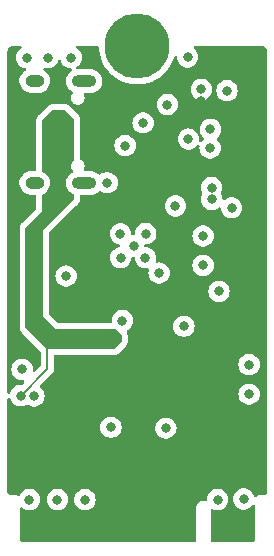
<source format=gbr>
%TF.GenerationSoftware,KiCad,Pcbnew,7.0.5-0*%
%TF.CreationDate,2023-07-31T19:13:05-04:00*%
%TF.ProjectId,mula,6d756c61-2e6b-4696-9361-645f70636258,rev?*%
%TF.SameCoordinates,Original*%
%TF.FileFunction,Copper,L3,Inr*%
%TF.FilePolarity,Positive*%
%FSLAX46Y46*%
G04 Gerber Fmt 4.6, Leading zero omitted, Abs format (unit mm)*
G04 Created by KiCad (PCBNEW 7.0.5-0) date 2023-07-31 19:13:05*
%MOMM*%
%LPD*%
G01*
G04 APERTURE LIST*
%TA.AperFunction,ComponentPad*%
%ADD10C,5.500000*%
%TD*%
%TA.AperFunction,ComponentPad*%
%ADD11O,2.100000X1.000000*%
%TD*%
%TA.AperFunction,ComponentPad*%
%ADD12O,1.600000X1.000000*%
%TD*%
%TA.AperFunction,ViaPad*%
%ADD13C,0.800000*%
%TD*%
%TA.AperFunction,Conductor*%
%ADD14C,0.150000*%
%TD*%
G04 APERTURE END LIST*
D10*
%TO.N,N/C*%
%TO.C,J102*%
X139987500Y-71905000D03*
%TD*%
D11*
%TO.N,GND*%
%TO.C,J101*%
X135480000Y-74880000D03*
D12*
X131300000Y-74880000D03*
D11*
X135480000Y-83520000D03*
D12*
X131300000Y-83520000D03*
%TD*%
D13*
%TO.N,GND*%
X135550000Y-110325000D03*
X146150000Y-80550000D03*
X146775000Y-110325000D03*
X132400000Y-72900000D03*
X138950000Y-80350000D03*
X146175000Y-78975000D03*
X145400000Y-75590000D03*
X147575000Y-75700000D03*
X149000000Y-110275000D03*
X143925000Y-95650000D03*
X145550000Y-88000000D03*
X138575000Y-89850000D03*
X149450000Y-98900000D03*
X134375000Y-72900000D03*
X140475000Y-78425000D03*
X140700000Y-87800000D03*
X138725000Y-95175000D03*
X130625000Y-72900000D03*
X149450000Y-101400000D03*
X146900000Y-92700000D03*
X144300000Y-79800000D03*
X140675000Y-89850000D03*
X144250000Y-72850000D03*
X130850000Y-110325000D03*
X139675000Y-88850000D03*
X137425000Y-83495500D03*
X133225000Y-110325000D03*
X142525000Y-76875000D03*
X145550000Y-90500000D03*
X138550000Y-87825000D03*
X133950000Y-91400000D03*
X147975000Y-85625000D03*
X130225000Y-99300000D03*
X137750000Y-104200000D03*
%TO.N,+3V3*%
X136833308Y-86117350D03*
X142050500Y-89075000D03*
X137750000Y-91300000D03*
X145450000Y-77500000D03*
X140425000Y-94625000D03*
X133425000Y-87775000D03*
X145400000Y-76600000D03*
X137150500Y-88245911D03*
X147500000Y-78100000D03*
%TO.N,+5V*%
X130100000Y-101525000D03*
X133675000Y-78025000D03*
X133625000Y-79950000D03*
X133650000Y-79000000D03*
X138025000Y-96725000D03*
%TO.N,/BANK1_DIR*%
X146272930Y-83911133D03*
X131225000Y-101550000D03*
%TO.N,/BANK2_DIR*%
X142400000Y-104275000D03*
X146285556Y-84910556D03*
%TO.N,/QSPI_CS*%
X143215283Y-85465282D03*
X141825000Y-91150000D03*
%TD*%
D14*
%TO.N,+5V*%
X130100000Y-101525000D02*
X132375000Y-99250000D01*
X132375000Y-99250000D02*
X132375000Y-97400000D01*
%TD*%
%TA.AperFunction,Conductor*%
%TO.N,+3V3*%
G36*
X130147197Y-71925185D02*
G01*
X130192952Y-71977989D01*
X130202896Y-72047147D01*
X130173871Y-72110703D01*
X130153043Y-72129818D01*
X130019129Y-72227111D01*
X129892466Y-72367785D01*
X129797821Y-72531715D01*
X129797818Y-72531722D01*
X129755573Y-72661740D01*
X129739326Y-72711744D01*
X129719540Y-72900000D01*
X129739326Y-73088256D01*
X129739327Y-73088259D01*
X129797818Y-73268277D01*
X129797821Y-73268284D01*
X129892467Y-73432216D01*
X129974109Y-73522888D01*
X130019129Y-73572888D01*
X130172265Y-73684148D01*
X130172270Y-73684151D01*
X130345191Y-73761142D01*
X130345193Y-73761142D01*
X130345197Y-73761144D01*
X130461428Y-73785849D01*
X130522906Y-73819040D01*
X130556683Y-73880202D01*
X130552031Y-73949917D01*
X130510427Y-74006050D01*
X130495823Y-74015556D01*
X130425500Y-74054589D01*
X130425495Y-74054592D01*
X130271106Y-74187132D01*
X130271104Y-74187134D01*
X130146554Y-74348037D01*
X130146553Y-74348040D01*
X130056940Y-74530728D01*
X130005937Y-74727714D01*
X129995631Y-74930936D01*
X130026442Y-75132063D01*
X130026445Y-75132075D01*
X130097111Y-75322881D01*
X130097113Y-75322884D01*
X130097114Y-75322887D01*
X130102617Y-75331716D01*
X130204745Y-75495567D01*
X130204747Y-75495569D01*
X130204748Y-75495571D01*
X130344941Y-75643053D01*
X130473344Y-75732424D01*
X130511949Y-75759294D01*
X130511950Y-75759294D01*
X130511951Y-75759295D01*
X130698942Y-75839540D01*
X130898259Y-75880500D01*
X131650743Y-75880500D01*
X131802439Y-75865074D01*
X131996579Y-75804162D01*
X131996580Y-75804161D01*
X131996588Y-75804159D01*
X132174502Y-75705409D01*
X132328895Y-75572866D01*
X132453448Y-75411958D01*
X132543060Y-75229271D01*
X132594063Y-75032285D01*
X132604369Y-74829064D01*
X132573556Y-74627929D01*
X132502886Y-74437113D01*
X132395252Y-74264429D01*
X132255059Y-74116947D01*
X132088049Y-74000705D01*
X132088048Y-74000704D01*
X132082888Y-73997113D01*
X132084416Y-73994916D01*
X132043581Y-73953465D01*
X132029242Y-73885082D01*
X132054149Y-73819803D01*
X132110394Y-73778352D01*
X132178634Y-73773565D01*
X132305354Y-73800500D01*
X132305355Y-73800500D01*
X132494644Y-73800500D01*
X132494646Y-73800500D01*
X132679803Y-73761144D01*
X132852730Y-73684151D01*
X133005871Y-73572888D01*
X133132533Y-73432216D01*
X133227179Y-73268284D01*
X133269569Y-73137821D01*
X133309005Y-73080147D01*
X133373363Y-73052948D01*
X133442210Y-73064862D01*
X133493686Y-73112106D01*
X133505430Y-73137821D01*
X133547819Y-73268280D01*
X133547821Y-73268284D01*
X133642467Y-73432216D01*
X133724109Y-73522888D01*
X133769129Y-73572888D01*
X133922265Y-73684148D01*
X133922270Y-73684151D01*
X134095192Y-73761142D01*
X134095197Y-73761144D01*
X134280354Y-73800500D01*
X134280355Y-73800500D01*
X134334366Y-73800500D01*
X134401405Y-73820185D01*
X134447160Y-73872989D01*
X134457104Y-73942147D01*
X134428079Y-74005703D01*
X134394544Y-74032919D01*
X134355496Y-74054592D01*
X134355495Y-74054592D01*
X134201106Y-74187132D01*
X134201104Y-74187134D01*
X134076554Y-74348037D01*
X134076553Y-74348040D01*
X133986940Y-74530728D01*
X133935937Y-74727714D01*
X133925631Y-74930936D01*
X133956442Y-75132063D01*
X133956445Y-75132075D01*
X134027111Y-75322881D01*
X134027113Y-75322884D01*
X134027114Y-75322887D01*
X134032617Y-75331716D01*
X134134745Y-75495567D01*
X134134747Y-75495569D01*
X134134748Y-75495571D01*
X134274941Y-75643053D01*
X134441951Y-75759295D01*
X134449758Y-75762645D01*
X134503603Y-75807170D01*
X134524828Y-75873737D01*
X134506695Y-75941213D01*
X134499237Y-75952083D01*
X134447302Y-76019766D01*
X134447300Y-76019769D01*
X134389313Y-76159763D01*
X134389312Y-76159765D01*
X134369534Y-76309999D01*
X134369534Y-76310000D01*
X134389312Y-76460234D01*
X134389313Y-76460236D01*
X134431110Y-76561144D01*
X134447302Y-76600233D01*
X134539549Y-76720451D01*
X134659767Y-76812698D01*
X134799764Y-76870687D01*
X134912280Y-76885500D01*
X134912287Y-76885500D01*
X134987713Y-76885500D01*
X134987720Y-76885500D01*
X135067475Y-76875000D01*
X141619540Y-76875000D01*
X141639326Y-77063256D01*
X141639327Y-77063259D01*
X141697818Y-77243277D01*
X141697821Y-77243284D01*
X141792467Y-77407216D01*
X141898070Y-77524500D01*
X141919129Y-77547888D01*
X142072265Y-77659148D01*
X142072270Y-77659151D01*
X142245192Y-77736142D01*
X142245197Y-77736144D01*
X142430354Y-77775500D01*
X142430355Y-77775500D01*
X142619644Y-77775500D01*
X142619646Y-77775500D01*
X142804803Y-77736144D01*
X142977730Y-77659151D01*
X143130871Y-77547888D01*
X143257533Y-77407216D01*
X143352179Y-77243284D01*
X143410674Y-77063256D01*
X143430460Y-76875000D01*
X143410674Y-76686744D01*
X143352179Y-76506716D01*
X143257533Y-76342784D01*
X143130871Y-76202112D01*
X143130870Y-76202111D01*
X142977734Y-76090851D01*
X142977729Y-76090848D01*
X142804807Y-76013857D01*
X142804802Y-76013855D01*
X142657203Y-75982483D01*
X142619646Y-75974500D01*
X142430354Y-75974500D01*
X142397897Y-75981398D01*
X142245197Y-76013855D01*
X142245192Y-76013857D01*
X142072270Y-76090848D01*
X142072265Y-76090851D01*
X141919129Y-76202111D01*
X141792466Y-76342785D01*
X141697821Y-76506715D01*
X141697818Y-76506722D01*
X141639327Y-76686740D01*
X141639326Y-76686744D01*
X141619540Y-76875000D01*
X135067475Y-76875000D01*
X135100236Y-76870687D01*
X135240233Y-76812698D01*
X135360451Y-76720451D01*
X135452698Y-76600233D01*
X135510687Y-76460236D01*
X135530466Y-76310000D01*
X135510687Y-76159764D01*
X135466030Y-76051953D01*
X135458561Y-75982483D01*
X135489836Y-75920004D01*
X135549925Y-75884352D01*
X135580591Y-75880500D01*
X136080743Y-75880500D01*
X136232439Y-75865074D01*
X136426579Y-75804162D01*
X136426580Y-75804161D01*
X136426588Y-75804159D01*
X136604502Y-75705409D01*
X136738936Y-75590000D01*
X144494540Y-75590000D01*
X144514326Y-75778256D01*
X144514327Y-75778259D01*
X144572818Y-75958277D01*
X144572821Y-75958284D01*
X144667467Y-76122216D01*
X144739405Y-76202111D01*
X144794129Y-76262888D01*
X144947265Y-76374148D01*
X144947270Y-76374151D01*
X145120192Y-76451142D01*
X145120197Y-76451144D01*
X145305354Y-76490500D01*
X145305355Y-76490500D01*
X145494644Y-76490500D01*
X145494646Y-76490500D01*
X145679803Y-76451144D01*
X145852730Y-76374151D01*
X146005871Y-76262888D01*
X146132533Y-76122216D01*
X146227179Y-75958284D01*
X146285674Y-75778256D01*
X146293899Y-75700000D01*
X146669540Y-75700000D01*
X146689326Y-75888256D01*
X146689327Y-75888259D01*
X146747818Y-76068277D01*
X146747821Y-76068284D01*
X146842467Y-76232216D01*
X146942023Y-76342784D01*
X146969129Y-76372888D01*
X147122265Y-76484148D01*
X147122270Y-76484151D01*
X147295192Y-76561142D01*
X147295197Y-76561144D01*
X147480354Y-76600500D01*
X147480355Y-76600500D01*
X147669644Y-76600500D01*
X147669646Y-76600500D01*
X147854803Y-76561144D01*
X148027730Y-76484151D01*
X148180871Y-76372888D01*
X148307533Y-76232216D01*
X148402179Y-76068284D01*
X148460674Y-75888256D01*
X148480460Y-75700000D01*
X148460674Y-75511744D01*
X148402179Y-75331716D01*
X148307533Y-75167784D01*
X148180871Y-75027112D01*
X148180870Y-75027111D01*
X148027734Y-74915851D01*
X148027729Y-74915848D01*
X147854807Y-74838857D01*
X147854802Y-74838855D01*
X147699511Y-74805848D01*
X147669646Y-74799500D01*
X147480354Y-74799500D01*
X147450489Y-74805848D01*
X147295197Y-74838855D01*
X147295192Y-74838857D01*
X147122270Y-74915848D01*
X147122265Y-74915851D01*
X146969129Y-75027111D01*
X146842466Y-75167785D01*
X146747821Y-75331715D01*
X146747818Y-75331722D01*
X146689327Y-75511740D01*
X146689326Y-75511744D01*
X146669540Y-75700000D01*
X146293899Y-75700000D01*
X146305460Y-75590000D01*
X146285674Y-75401744D01*
X146227179Y-75221716D01*
X146132533Y-75057784D01*
X146005871Y-74917112D01*
X146005870Y-74917111D01*
X145852734Y-74805851D01*
X145852729Y-74805848D01*
X145679807Y-74728857D01*
X145679802Y-74728855D01*
X145534000Y-74697865D01*
X145494646Y-74689500D01*
X145305354Y-74689500D01*
X145272897Y-74696398D01*
X145120197Y-74728855D01*
X145120192Y-74728857D01*
X144947270Y-74805848D01*
X144947265Y-74805851D01*
X144794129Y-74917111D01*
X144667466Y-75057785D01*
X144572821Y-75221715D01*
X144572818Y-75221722D01*
X144514327Y-75401740D01*
X144514326Y-75401744D01*
X144494540Y-75590000D01*
X136738936Y-75590000D01*
X136758895Y-75572866D01*
X136883448Y-75411958D01*
X136973060Y-75229271D01*
X137024063Y-75032285D01*
X137034369Y-74829064D01*
X137003556Y-74627929D01*
X136932886Y-74437113D01*
X136825252Y-74264429D01*
X136685059Y-74116947D01*
X136586587Y-74048409D01*
X136518050Y-74000705D01*
X136331056Y-73920459D01*
X136131741Y-73879500D01*
X134940488Y-73879500D01*
X134873449Y-73859815D01*
X134827694Y-73807011D01*
X134817750Y-73737853D01*
X134846775Y-73674297D01*
X134867603Y-73655182D01*
X134901725Y-73630390D01*
X134980871Y-73572888D01*
X135107533Y-73432216D01*
X135202179Y-73268284D01*
X135260674Y-73088256D01*
X135280460Y-72900000D01*
X135260674Y-72711744D01*
X135202179Y-72531716D01*
X135107533Y-72367784D01*
X134980871Y-72227112D01*
X134927416Y-72188275D01*
X134846957Y-72129818D01*
X134804291Y-72074488D01*
X134798312Y-72004875D01*
X134830918Y-71943080D01*
X134891756Y-71908723D01*
X134919842Y-71905500D01*
X136614794Y-71905500D01*
X136681833Y-71925185D01*
X136727588Y-71977989D01*
X136738612Y-72022786D01*
X136744807Y-72137033D01*
X136751309Y-72256957D01*
X136796354Y-72531722D01*
X136808333Y-72604793D01*
X136808334Y-72604796D01*
X136902626Y-72944408D01*
X136902627Y-72944410D01*
X137033088Y-73271844D01*
X137033097Y-73271862D01*
X137118112Y-73432216D01*
X137198195Y-73583269D01*
X137390403Y-73866755D01*
X137395998Y-73875006D01*
X137396005Y-73875016D01*
X137548538Y-74054591D01*
X137624186Y-74143650D01*
X137880080Y-74386046D01*
X138160682Y-74599354D01*
X138462702Y-74781074D01*
X138462706Y-74781075D01*
X138462710Y-74781078D01*
X138782588Y-74929070D01*
X138782592Y-74929070D01*
X138782599Y-74929074D01*
X139116622Y-75041619D01*
X139460855Y-75117391D01*
X139811263Y-75155500D01*
X139811269Y-75155500D01*
X140163731Y-75155500D01*
X140163737Y-75155500D01*
X140514145Y-75117391D01*
X140858378Y-75041619D01*
X141192401Y-74929074D01*
X141192408Y-74929070D01*
X141192411Y-74929070D01*
X141512289Y-74781078D01*
X141512298Y-74781074D01*
X141814318Y-74599354D01*
X142094920Y-74386046D01*
X142350814Y-74143650D01*
X142579001Y-73875008D01*
X142776805Y-73583269D01*
X142941907Y-73271854D01*
X143072371Y-72944414D01*
X143102413Y-72836210D01*
X143139315Y-72776880D01*
X143202435Y-72746919D01*
X143271733Y-72755840D01*
X143325208Y-72800810D01*
X143345214Y-72856420D01*
X143364326Y-73038256D01*
X143364327Y-73038259D01*
X143422818Y-73218277D01*
X143422821Y-73218284D01*
X143517467Y-73382216D01*
X143644128Y-73522887D01*
X143644129Y-73522888D01*
X143797265Y-73634148D01*
X143797270Y-73634151D01*
X143970192Y-73711142D01*
X143970197Y-73711144D01*
X144155354Y-73750500D01*
X144155355Y-73750500D01*
X144344644Y-73750500D01*
X144344646Y-73750500D01*
X144529803Y-73711144D01*
X144702730Y-73634151D01*
X144855871Y-73522888D01*
X144982533Y-73382216D01*
X145077179Y-73218284D01*
X145135674Y-73038256D01*
X145155460Y-72850000D01*
X145135674Y-72661744D01*
X145077179Y-72481716D01*
X144982533Y-72317784D01*
X144855871Y-72177112D01*
X144790775Y-72129817D01*
X144748111Y-72074488D01*
X144742132Y-72004874D01*
X144774738Y-71943080D01*
X144835577Y-71908722D01*
X144863662Y-71905500D01*
X150484019Y-71905500D01*
X150490956Y-71905889D01*
X150513854Y-71908469D01*
X150593331Y-71918932D01*
X150618097Y-71924829D01*
X150652235Y-71936775D01*
X150655484Y-71938015D01*
X150709695Y-71960469D01*
X150728195Y-71970027D01*
X150763020Y-71991909D01*
X150767767Y-71995212D01*
X150815700Y-72031993D01*
X150821795Y-72037337D01*
X150855160Y-72070702D01*
X150860505Y-72076798D01*
X150897286Y-72124731D01*
X150900597Y-72129490D01*
X150922467Y-72164296D01*
X150932036Y-72182818D01*
X150954483Y-72237014D01*
X150955723Y-72240263D01*
X150967669Y-72274401D01*
X150973566Y-72299169D01*
X150984028Y-72378632D01*
X150986610Y-72401537D01*
X150987000Y-72408486D01*
X150987000Y-109695240D01*
X150985466Y-109714686D01*
X150985230Y-109716173D01*
X150984805Y-109718547D01*
X150977302Y-109756264D01*
X150966177Y-109788351D01*
X150962886Y-109794813D01*
X150959187Y-109801124D01*
X150944119Y-109823673D01*
X150928700Y-109842460D01*
X150924960Y-109846200D01*
X150906173Y-109861619D01*
X150883624Y-109876687D01*
X150877318Y-109880382D01*
X150875670Y-109881222D01*
X150870851Y-109883677D01*
X150838764Y-109894802D01*
X150801047Y-109902305D01*
X150798673Y-109902730D01*
X150797186Y-109902966D01*
X150777740Y-109904500D01*
X150520436Y-109904500D01*
X150495937Y-109897306D01*
X150445330Y-109903969D01*
X150437228Y-109904500D01*
X150381104Y-109904500D01*
X150373430Y-109906252D01*
X150349708Y-109904797D01*
X150322441Y-109916092D01*
X150302585Y-109922420D01*
X150271150Y-109929595D01*
X150271147Y-109929596D01*
X150249506Y-109940018D01*
X150223604Y-109944282D01*
X150205026Y-109958538D01*
X150183344Y-109971881D01*
X150169534Y-109978531D01*
X150169527Y-109978536D01*
X150140144Y-110001968D01*
X150113594Y-110012806D01*
X150102378Y-110027424D01*
X150086228Y-110043880D01*
X150086278Y-110043930D01*
X150076430Y-110053778D01*
X150076380Y-110053728D01*
X150059923Y-110069879D01*
X150055260Y-110073457D01*
X149990090Y-110098651D01*
X149921646Y-110084612D01*
X149871656Y-110035798D01*
X149861843Y-110013399D01*
X149827181Y-109906722D01*
X149827180Y-109906721D01*
X149827179Y-109906716D01*
X149732533Y-109742784D01*
X149605871Y-109602112D01*
X149605870Y-109602111D01*
X149452734Y-109490851D01*
X149452729Y-109490848D01*
X149279807Y-109413857D01*
X149279802Y-109413855D01*
X149134000Y-109382865D01*
X149094646Y-109374500D01*
X148905354Y-109374500D01*
X148872897Y-109381398D01*
X148720197Y-109413855D01*
X148720192Y-109413857D01*
X148547270Y-109490848D01*
X148547265Y-109490851D01*
X148394129Y-109602111D01*
X148267466Y-109742785D01*
X148172821Y-109906715D01*
X148172818Y-109906722D01*
X148114327Y-110086740D01*
X148114326Y-110086744D01*
X148094540Y-110275000D01*
X148114326Y-110463256D01*
X148114327Y-110463259D01*
X148172818Y-110643277D01*
X148172821Y-110643284D01*
X148267467Y-110807216D01*
X148359034Y-110908911D01*
X148394129Y-110947888D01*
X148547265Y-111059148D01*
X148547270Y-111059151D01*
X148720192Y-111136142D01*
X148720197Y-111136144D01*
X148905354Y-111175500D01*
X148905355Y-111175500D01*
X149094644Y-111175500D01*
X149094646Y-111175500D01*
X149279803Y-111136144D01*
X149452730Y-111059151D01*
X149605871Y-110947888D01*
X149720850Y-110820190D01*
X149780337Y-110783542D01*
X149850194Y-110784873D01*
X149908242Y-110823759D01*
X149936052Y-110887856D01*
X149937000Y-110903163D01*
X149937000Y-113695240D01*
X149935466Y-113714686D01*
X149935230Y-113716173D01*
X149934805Y-113718547D01*
X149927302Y-113756264D01*
X149916177Y-113788351D01*
X149912886Y-113794813D01*
X149909187Y-113801124D01*
X149894119Y-113823673D01*
X149878700Y-113842460D01*
X149874960Y-113846200D01*
X149856173Y-113861619D01*
X149833624Y-113876687D01*
X149827318Y-113880382D01*
X149825670Y-113881222D01*
X149820851Y-113883677D01*
X149788764Y-113894802D01*
X149751047Y-113902305D01*
X149748673Y-113902730D01*
X149747186Y-113902966D01*
X149727740Y-113904500D01*
X146312000Y-113904500D01*
X146244961Y-113884815D01*
X146199206Y-113832011D01*
X146188000Y-113780500D01*
X146188000Y-111240313D01*
X146207685Y-111173274D01*
X146260489Y-111127519D01*
X146329647Y-111117575D01*
X146362434Y-111127033D01*
X146495197Y-111186144D01*
X146680354Y-111225500D01*
X146680355Y-111225500D01*
X146869644Y-111225500D01*
X146869646Y-111225500D01*
X147054803Y-111186144D01*
X147227730Y-111109151D01*
X147380871Y-110997888D01*
X147507533Y-110857216D01*
X147602179Y-110693284D01*
X147660674Y-110513256D01*
X147680460Y-110325000D01*
X147660674Y-110136744D01*
X147602179Y-109956716D01*
X147507533Y-109792784D01*
X147380871Y-109652112D01*
X147312052Y-109602112D01*
X147227734Y-109540851D01*
X147227729Y-109540848D01*
X147054807Y-109463857D01*
X147054802Y-109463855D01*
X146909001Y-109432865D01*
X146869646Y-109424500D01*
X146680354Y-109424500D01*
X146647897Y-109431398D01*
X146495197Y-109463855D01*
X146495192Y-109463857D01*
X146322270Y-109540848D01*
X146322265Y-109540851D01*
X146169129Y-109652111D01*
X146042466Y-109792785D01*
X145947821Y-109956715D01*
X145947818Y-109956722D01*
X145905573Y-110086740D01*
X145889326Y-110136744D01*
X145889296Y-110137033D01*
X145871493Y-110306419D01*
X145844908Y-110371033D01*
X145787611Y-110411018D01*
X145719733Y-110413604D01*
X145719072Y-110413845D01*
X145683589Y-110410988D01*
X145648373Y-110402951D01*
X145648741Y-110401337D01*
X145640769Y-110397986D01*
X145603684Y-110402869D01*
X145571314Y-110402869D01*
X145542710Y-110399103D01*
X145541884Y-110399660D01*
X145526619Y-110402906D01*
X145526629Y-110402950D01*
X145491411Y-110410988D01*
X145470239Y-110409690D01*
X145446943Y-110419340D01*
X145427086Y-110425669D01*
X145387917Y-110434609D01*
X145387911Y-110434611D01*
X145343891Y-110455810D01*
X145321166Y-110459551D01*
X145306113Y-110471102D01*
X145284433Y-110484444D01*
X145265994Y-110493324D01*
X145215134Y-110533883D01*
X145191910Y-110543363D01*
X145183262Y-110554635D01*
X145162205Y-110576091D01*
X145160194Y-110577694D01*
X145158591Y-110579705D01*
X145137135Y-110600762D01*
X145132820Y-110604072D01*
X145132533Y-110606163D01*
X145116383Y-110632634D01*
X145075824Y-110683494D01*
X145066944Y-110701933D01*
X145053602Y-110723613D01*
X145048362Y-110730441D01*
X145038310Y-110761391D01*
X145017111Y-110805411D01*
X145017109Y-110805417D01*
X145008169Y-110844586D01*
X145001840Y-110864443D01*
X144995916Y-110878744D01*
X144993488Y-110908911D01*
X144987000Y-110937333D01*
X144987000Y-111004730D01*
X144986469Y-111012831D01*
X144981371Y-111051551D01*
X144987000Y-111087947D01*
X144987000Y-113780500D01*
X144967315Y-113847539D01*
X144914511Y-113893294D01*
X144863000Y-113904500D01*
X130247257Y-113904500D01*
X130227702Y-113902948D01*
X130227521Y-113902919D01*
X130226249Y-113902716D01*
X130223931Y-113902301D01*
X130186235Y-113894802D01*
X130154147Y-113883677D01*
X130153487Y-113883341D01*
X130147666Y-113880375D01*
X130141374Y-113876687D01*
X130118825Y-113861619D01*
X130100038Y-113846200D01*
X130096298Y-113842460D01*
X130080879Y-113823673D01*
X130080193Y-113822646D01*
X130065804Y-113801113D01*
X130062130Y-113794844D01*
X130058819Y-113788345D01*
X130047698Y-113756270D01*
X130040165Y-113718398D01*
X130039758Y-113716102D01*
X130039512Y-113714550D01*
X130039470Y-113714276D01*
X130038000Y-113695242D01*
X130038000Y-111090797D01*
X130057685Y-111023758D01*
X130110489Y-110978003D01*
X130179647Y-110968059D01*
X130238304Y-110994847D01*
X130238871Y-110994068D01*
X130242716Y-110996861D01*
X130243203Y-110997084D01*
X130244039Y-110997823D01*
X130397265Y-111109148D01*
X130397270Y-111109151D01*
X130570192Y-111186142D01*
X130570197Y-111186144D01*
X130755354Y-111225500D01*
X130755355Y-111225500D01*
X130944644Y-111225500D01*
X130944646Y-111225500D01*
X131129803Y-111186144D01*
X131302730Y-111109151D01*
X131455871Y-110997888D01*
X131582533Y-110857216D01*
X131677179Y-110693284D01*
X131735674Y-110513256D01*
X131755460Y-110325000D01*
X132319540Y-110325000D01*
X132339326Y-110513256D01*
X132339327Y-110513259D01*
X132397818Y-110693277D01*
X132397821Y-110693284D01*
X132492467Y-110857216D01*
X132615689Y-110994068D01*
X132619129Y-110997888D01*
X132772265Y-111109148D01*
X132772270Y-111109151D01*
X132945192Y-111186142D01*
X132945197Y-111186144D01*
X133130354Y-111225500D01*
X133130355Y-111225500D01*
X133319644Y-111225500D01*
X133319646Y-111225500D01*
X133504803Y-111186144D01*
X133677730Y-111109151D01*
X133830871Y-110997888D01*
X133957533Y-110857216D01*
X134052179Y-110693284D01*
X134110674Y-110513256D01*
X134130460Y-110325000D01*
X134644540Y-110325000D01*
X134664326Y-110513256D01*
X134664327Y-110513259D01*
X134722818Y-110693277D01*
X134722821Y-110693284D01*
X134817467Y-110857216D01*
X134940689Y-110994068D01*
X134944129Y-110997888D01*
X135097265Y-111109148D01*
X135097270Y-111109151D01*
X135270192Y-111186142D01*
X135270197Y-111186144D01*
X135455354Y-111225500D01*
X135455355Y-111225500D01*
X135644644Y-111225500D01*
X135644646Y-111225500D01*
X135829803Y-111186144D01*
X136002730Y-111109151D01*
X136155871Y-110997888D01*
X136282533Y-110857216D01*
X136377179Y-110693284D01*
X136435674Y-110513256D01*
X136455460Y-110325000D01*
X136435674Y-110136744D01*
X136377179Y-109956716D01*
X136282533Y-109792784D01*
X136155871Y-109652112D01*
X136087052Y-109602112D01*
X136002734Y-109540851D01*
X136002729Y-109540848D01*
X135829807Y-109463857D01*
X135829802Y-109463855D01*
X135684001Y-109432865D01*
X135644646Y-109424500D01*
X135455354Y-109424500D01*
X135422897Y-109431398D01*
X135270197Y-109463855D01*
X135270192Y-109463857D01*
X135097270Y-109540848D01*
X135097265Y-109540851D01*
X134944129Y-109652111D01*
X134817466Y-109792785D01*
X134722821Y-109956715D01*
X134722818Y-109956722D01*
X134680573Y-110086740D01*
X134664326Y-110136744D01*
X134644540Y-110325000D01*
X134130460Y-110325000D01*
X134110674Y-110136744D01*
X134052179Y-109956716D01*
X133957533Y-109792784D01*
X133830871Y-109652112D01*
X133762052Y-109602112D01*
X133677734Y-109540851D01*
X133677729Y-109540848D01*
X133504807Y-109463857D01*
X133504802Y-109463855D01*
X133359000Y-109432865D01*
X133319646Y-109424500D01*
X133130354Y-109424500D01*
X133097897Y-109431398D01*
X132945197Y-109463855D01*
X132945192Y-109463857D01*
X132772270Y-109540848D01*
X132772265Y-109540851D01*
X132619129Y-109652111D01*
X132492466Y-109792785D01*
X132397821Y-109956715D01*
X132397818Y-109956722D01*
X132355573Y-110086740D01*
X132339326Y-110136744D01*
X132319540Y-110325000D01*
X131755460Y-110325000D01*
X131735674Y-110136744D01*
X131677179Y-109956716D01*
X131582533Y-109792784D01*
X131455871Y-109652112D01*
X131387052Y-109602112D01*
X131302734Y-109540851D01*
X131302729Y-109540848D01*
X131129807Y-109463857D01*
X131129802Y-109463855D01*
X130984000Y-109432865D01*
X130944646Y-109424500D01*
X130755354Y-109424500D01*
X130722897Y-109431398D01*
X130570197Y-109463855D01*
X130570192Y-109463857D01*
X130397270Y-109540848D01*
X130397265Y-109540851D01*
X130244129Y-109652111D01*
X130117466Y-109792785D01*
X130086627Y-109846200D01*
X130023832Y-109954966D01*
X130019572Y-109962344D01*
X130017873Y-109961363D01*
X129978657Y-110007489D01*
X129911805Y-110027801D01*
X129844584Y-110008745D01*
X129833329Y-110000752D01*
X129805469Y-109978533D01*
X129805464Y-109978531D01*
X129791654Y-109971880D01*
X129769972Y-109958537D01*
X129758988Y-109950108D01*
X129757159Y-109950304D01*
X129725485Y-109940015D01*
X129703850Y-109929596D01*
X129672410Y-109922420D01*
X129652552Y-109916090D01*
X129635365Y-109908971D01*
X129601557Y-109906249D01*
X129593895Y-109904500D01*
X129593893Y-109904500D01*
X129537770Y-109904500D01*
X129529669Y-109903969D01*
X129490951Y-109898871D01*
X129454560Y-109904500D01*
X129197257Y-109904500D01*
X129177702Y-109902948D01*
X129177521Y-109902919D01*
X129176249Y-109902716D01*
X129173931Y-109902301D01*
X129136235Y-109894802D01*
X129104147Y-109883677D01*
X129103487Y-109883341D01*
X129097666Y-109880375D01*
X129091374Y-109876687D01*
X129068825Y-109861619D01*
X129050038Y-109846200D01*
X129046298Y-109842460D01*
X129030879Y-109823673D01*
X129030193Y-109822646D01*
X129015804Y-109801113D01*
X129012130Y-109794844D01*
X129008819Y-109788345D01*
X128997698Y-109756270D01*
X128990165Y-109718398D01*
X128989758Y-109716102D01*
X128989512Y-109714550D01*
X128989470Y-109714276D01*
X128988000Y-109695242D01*
X128988000Y-109374500D01*
X128988000Y-104200000D01*
X136844540Y-104200000D01*
X136864326Y-104388256D01*
X136864327Y-104388259D01*
X136922818Y-104568277D01*
X136922821Y-104568284D01*
X137017467Y-104732216D01*
X137144128Y-104872887D01*
X137144129Y-104872888D01*
X137297265Y-104984148D01*
X137297270Y-104984151D01*
X137470192Y-105061142D01*
X137470197Y-105061144D01*
X137655354Y-105100500D01*
X137655355Y-105100500D01*
X137844644Y-105100500D01*
X137844646Y-105100500D01*
X138029803Y-105061144D01*
X138202730Y-104984151D01*
X138355871Y-104872888D01*
X138482533Y-104732216D01*
X138577179Y-104568284D01*
X138635674Y-104388256D01*
X138647577Y-104275000D01*
X141494540Y-104275000D01*
X141514326Y-104463256D01*
X141514327Y-104463259D01*
X141572818Y-104643277D01*
X141572821Y-104643284D01*
X141667467Y-104807216D01*
X141726599Y-104872888D01*
X141794129Y-104947888D01*
X141947265Y-105059148D01*
X141947270Y-105059151D01*
X142120192Y-105136142D01*
X142120197Y-105136144D01*
X142305354Y-105175500D01*
X142305355Y-105175500D01*
X142494644Y-105175500D01*
X142494646Y-105175500D01*
X142679803Y-105136144D01*
X142852730Y-105059151D01*
X143005871Y-104947888D01*
X143132533Y-104807216D01*
X143227179Y-104643284D01*
X143285674Y-104463256D01*
X143305460Y-104275000D01*
X143285674Y-104086744D01*
X143227179Y-103906716D01*
X143132533Y-103742784D01*
X143005871Y-103602112D01*
X143005870Y-103602111D01*
X142852734Y-103490851D01*
X142852729Y-103490848D01*
X142679807Y-103413857D01*
X142679802Y-103413855D01*
X142534000Y-103382865D01*
X142494646Y-103374500D01*
X142305354Y-103374500D01*
X142272897Y-103381398D01*
X142120197Y-103413855D01*
X142120192Y-103413857D01*
X141947270Y-103490848D01*
X141947265Y-103490851D01*
X141794129Y-103602111D01*
X141667466Y-103742785D01*
X141572821Y-103906715D01*
X141572818Y-103906722D01*
X141538696Y-104011740D01*
X141514326Y-104086744D01*
X141494540Y-104275000D01*
X138647577Y-104275000D01*
X138655460Y-104200000D01*
X138635674Y-104011744D01*
X138577179Y-103831716D01*
X138482533Y-103667784D01*
X138355871Y-103527112D01*
X138305962Y-103490851D01*
X138202734Y-103415851D01*
X138202729Y-103415848D01*
X138029807Y-103338857D01*
X138029802Y-103338855D01*
X137884000Y-103307865D01*
X137844646Y-103299500D01*
X137655354Y-103299500D01*
X137622897Y-103306398D01*
X137470197Y-103338855D01*
X137470192Y-103338857D01*
X137297270Y-103415848D01*
X137297265Y-103415851D01*
X137144129Y-103527111D01*
X137017466Y-103667785D01*
X136922821Y-103831715D01*
X136922818Y-103831722D01*
X136864327Y-104011740D01*
X136864326Y-104011744D01*
X136844540Y-104200000D01*
X128988000Y-104200000D01*
X128988000Y-101799597D01*
X129007684Y-101732562D01*
X129060488Y-101686807D01*
X129129646Y-101676863D01*
X129193202Y-101705888D01*
X129229930Y-101761282D01*
X129272819Y-101893280D01*
X129272821Y-101893284D01*
X129367467Y-102057216D01*
X129481757Y-102184148D01*
X129494129Y-102197888D01*
X129647265Y-102309148D01*
X129647270Y-102309151D01*
X129820192Y-102386142D01*
X129820197Y-102386144D01*
X130005354Y-102425500D01*
X130005355Y-102425500D01*
X130194644Y-102425500D01*
X130194646Y-102425500D01*
X130379803Y-102386144D01*
X130552730Y-102309151D01*
X130572409Y-102294852D01*
X130638212Y-102271372D01*
X130706266Y-102287196D01*
X130718181Y-102294853D01*
X130772264Y-102334147D01*
X130772270Y-102334151D01*
X130945192Y-102411142D01*
X130945197Y-102411144D01*
X131130354Y-102450500D01*
X131130355Y-102450500D01*
X131319644Y-102450500D01*
X131319646Y-102450500D01*
X131504803Y-102411144D01*
X131677730Y-102334151D01*
X131830871Y-102222888D01*
X131957533Y-102082216D01*
X132052179Y-101918284D01*
X132110674Y-101738256D01*
X132130460Y-101550000D01*
X132114695Y-101400000D01*
X148544540Y-101400000D01*
X148564326Y-101588256D01*
X148564327Y-101588259D01*
X148622818Y-101768277D01*
X148622821Y-101768284D01*
X148717467Y-101932216D01*
X148830016Y-102057214D01*
X148844129Y-102072888D01*
X148997265Y-102184148D01*
X148997270Y-102184151D01*
X149170192Y-102261142D01*
X149170197Y-102261144D01*
X149355354Y-102300500D01*
X149355355Y-102300500D01*
X149544644Y-102300500D01*
X149544646Y-102300500D01*
X149729803Y-102261144D01*
X149902730Y-102184151D01*
X150055871Y-102072888D01*
X150182533Y-101932216D01*
X150277179Y-101768284D01*
X150335674Y-101588256D01*
X150355460Y-101400000D01*
X150335674Y-101211744D01*
X150277179Y-101031716D01*
X150182533Y-100867784D01*
X150055871Y-100727112D01*
X149968808Y-100663857D01*
X149902734Y-100615851D01*
X149902729Y-100615848D01*
X149729807Y-100538857D01*
X149729802Y-100538855D01*
X149584001Y-100507865D01*
X149544646Y-100499500D01*
X149355354Y-100499500D01*
X149322897Y-100506398D01*
X149170197Y-100538855D01*
X149170192Y-100538857D01*
X148997270Y-100615848D01*
X148997265Y-100615851D01*
X148844129Y-100727111D01*
X148717466Y-100867785D01*
X148622821Y-101031715D01*
X148622818Y-101031722D01*
X148564327Y-101211740D01*
X148564326Y-101211744D01*
X148544540Y-101400000D01*
X132114695Y-101400000D01*
X132110674Y-101361744D01*
X132052179Y-101181716D01*
X131957533Y-101017784D01*
X131830871Y-100877112D01*
X131792463Y-100849207D01*
X131749799Y-100793878D01*
X131743820Y-100724264D01*
X131776426Y-100662469D01*
X131777595Y-100661283D01*
X132752398Y-99686480D01*
X132758489Y-99681138D01*
X132785451Y-99660451D01*
X132802405Y-99638356D01*
X132808610Y-99630269D01*
X132808612Y-99630268D01*
X132877699Y-99540233D01*
X132935687Y-99400235D01*
X132948883Y-99300000D01*
X132948884Y-99299998D01*
X132951700Y-99278606D01*
X132951700Y-99278592D01*
X132955465Y-99250003D01*
X132955465Y-99250000D01*
X132951030Y-99216317D01*
X132950499Y-99208215D01*
X132950499Y-98900000D01*
X148544540Y-98900000D01*
X148564326Y-99088256D01*
X148564327Y-99088259D01*
X148622818Y-99268277D01*
X148622821Y-99268284D01*
X148717467Y-99432216D01*
X148788628Y-99511248D01*
X148844129Y-99572888D01*
X148997265Y-99684148D01*
X148997270Y-99684151D01*
X149170192Y-99761142D01*
X149170197Y-99761144D01*
X149355354Y-99800500D01*
X149355355Y-99800500D01*
X149544644Y-99800500D01*
X149544646Y-99800500D01*
X149729803Y-99761144D01*
X149902730Y-99684151D01*
X150055871Y-99572888D01*
X150182533Y-99432216D01*
X150277179Y-99268284D01*
X150335674Y-99088256D01*
X150355460Y-98900000D01*
X150335674Y-98711744D01*
X150277179Y-98531716D01*
X150182533Y-98367784D01*
X150055871Y-98227112D01*
X150055870Y-98227111D01*
X149902734Y-98115851D01*
X149902729Y-98115848D01*
X149729807Y-98038857D01*
X149729802Y-98038855D01*
X149584000Y-98007865D01*
X149544646Y-97999500D01*
X149355354Y-97999500D01*
X149322897Y-98006398D01*
X149170197Y-98038855D01*
X149170192Y-98038857D01*
X148997270Y-98115848D01*
X148997265Y-98115851D01*
X148844129Y-98227111D01*
X148717466Y-98367785D01*
X148622821Y-98531715D01*
X148622818Y-98531722D01*
X148564327Y-98711740D01*
X148564326Y-98711744D01*
X148544540Y-98900000D01*
X132950499Y-98900000D01*
X132950500Y-98179500D01*
X132970185Y-98112460D01*
X133022989Y-98066706D01*
X133074500Y-98055500D01*
X138062178Y-98055500D01*
X138063627Y-98055422D01*
X138089216Y-98054051D01*
X138098405Y-98053062D01*
X138129038Y-98049769D01*
X138146840Y-98046884D01*
X138182448Y-98041114D01*
X138317257Y-97990832D01*
X138378580Y-97957347D01*
X138493761Y-97871123D01*
X138980697Y-97384188D01*
X138998792Y-97364043D01*
X138998797Y-97364035D01*
X138998803Y-97364030D01*
X139023917Y-97332864D01*
X139023922Y-97332858D01*
X139055567Y-97288974D01*
X139115338Y-97158097D01*
X139135023Y-97091058D01*
X139135024Y-97091054D01*
X139155500Y-96948638D01*
X139155500Y-96387823D01*
X139154051Y-96360784D01*
X139149769Y-96320964D01*
X139141114Y-96267552D01*
X139090832Y-96132743D01*
X139090831Y-96132742D01*
X139089284Y-96128593D01*
X139090715Y-96128059D01*
X139081691Y-96065372D01*
X139110704Y-96001811D01*
X139153995Y-95969718D01*
X139177730Y-95959151D01*
X139330871Y-95847888D01*
X139457533Y-95707216D01*
X139490567Y-95650000D01*
X143019540Y-95650000D01*
X143039326Y-95838256D01*
X143039327Y-95838259D01*
X143097818Y-96018277D01*
X143097821Y-96018284D01*
X143192467Y-96182216D01*
X143269304Y-96267552D01*
X143319129Y-96322888D01*
X143472265Y-96434148D01*
X143472270Y-96434151D01*
X143645192Y-96511142D01*
X143645197Y-96511144D01*
X143830354Y-96550500D01*
X143830355Y-96550500D01*
X144019644Y-96550500D01*
X144019646Y-96550500D01*
X144204803Y-96511144D01*
X144377730Y-96434151D01*
X144530871Y-96322888D01*
X144657533Y-96182216D01*
X144752179Y-96018284D01*
X144810674Y-95838256D01*
X144830460Y-95650000D01*
X144810674Y-95461744D01*
X144752179Y-95281716D01*
X144657533Y-95117784D01*
X144530871Y-94977112D01*
X144530870Y-94977111D01*
X144377734Y-94865851D01*
X144377729Y-94865848D01*
X144204807Y-94788857D01*
X144204802Y-94788855D01*
X144059001Y-94757865D01*
X144019646Y-94749500D01*
X143830354Y-94749500D01*
X143797897Y-94756398D01*
X143645197Y-94788855D01*
X143645192Y-94788857D01*
X143472270Y-94865848D01*
X143472265Y-94865851D01*
X143319129Y-94977111D01*
X143192466Y-95117785D01*
X143097821Y-95281715D01*
X143097818Y-95281722D01*
X143039327Y-95461740D01*
X143039326Y-95461744D01*
X143019540Y-95650000D01*
X139490567Y-95650000D01*
X139552179Y-95543284D01*
X139610674Y-95363256D01*
X139630460Y-95175000D01*
X139610674Y-94986744D01*
X139552179Y-94806716D01*
X139457533Y-94642784D01*
X139330871Y-94502112D01*
X139330870Y-94502111D01*
X139177734Y-94390851D01*
X139177729Y-94390848D01*
X139004807Y-94313857D01*
X139004802Y-94313855D01*
X138859001Y-94282865D01*
X138819646Y-94274500D01*
X138630354Y-94274500D01*
X138597897Y-94281398D01*
X138445197Y-94313855D01*
X138445192Y-94313857D01*
X138272270Y-94390848D01*
X138272265Y-94390851D01*
X138119129Y-94502111D01*
X137992466Y-94642785D01*
X137897821Y-94806715D01*
X137897818Y-94806722D01*
X137839327Y-94986740D01*
X137839326Y-94986744D01*
X137819540Y-95175000D01*
X137825587Y-95232540D01*
X137813019Y-95301268D01*
X137765287Y-95352292D01*
X137702267Y-95369500D01*
X133360746Y-95369500D01*
X133293707Y-95349815D01*
X133273065Y-95333181D01*
X132541819Y-94601934D01*
X132508334Y-94540611D01*
X132505500Y-94514253D01*
X132505500Y-92700000D01*
X145994540Y-92700000D01*
X146014326Y-92888256D01*
X146014327Y-92888259D01*
X146072818Y-93068277D01*
X146072821Y-93068284D01*
X146167467Y-93232216D01*
X146294129Y-93372887D01*
X146294129Y-93372888D01*
X146447265Y-93484148D01*
X146447270Y-93484151D01*
X146620192Y-93561142D01*
X146620197Y-93561144D01*
X146805354Y-93600500D01*
X146805355Y-93600500D01*
X146994644Y-93600500D01*
X146994646Y-93600500D01*
X147179803Y-93561144D01*
X147352730Y-93484151D01*
X147505871Y-93372888D01*
X147632533Y-93232216D01*
X147727179Y-93068284D01*
X147785674Y-92888256D01*
X147805460Y-92700000D01*
X147785674Y-92511744D01*
X147727179Y-92331716D01*
X147632533Y-92167784D01*
X147505871Y-92027112D01*
X147483893Y-92011144D01*
X147352734Y-91915851D01*
X147352729Y-91915848D01*
X147179807Y-91838857D01*
X147179802Y-91838855D01*
X147034000Y-91807865D01*
X146994646Y-91799500D01*
X146805354Y-91799500D01*
X146772897Y-91806398D01*
X146620197Y-91838855D01*
X146620192Y-91838857D01*
X146447270Y-91915848D01*
X146447265Y-91915851D01*
X146294129Y-92027111D01*
X146167466Y-92167785D01*
X146072821Y-92331715D01*
X146072818Y-92331722D01*
X146014327Y-92511740D01*
X146014326Y-92511744D01*
X145994540Y-92700000D01*
X132505500Y-92700000D01*
X132505500Y-91400000D01*
X133044540Y-91400000D01*
X133064326Y-91588256D01*
X133064327Y-91588259D01*
X133122818Y-91768277D01*
X133122821Y-91768284D01*
X133217467Y-91932216D01*
X133302911Y-92027111D01*
X133344129Y-92072888D01*
X133497265Y-92184148D01*
X133497270Y-92184151D01*
X133670192Y-92261142D01*
X133670197Y-92261144D01*
X133855354Y-92300500D01*
X133855355Y-92300500D01*
X134044644Y-92300500D01*
X134044646Y-92300500D01*
X134229803Y-92261144D01*
X134402730Y-92184151D01*
X134555871Y-92072888D01*
X134682533Y-91932216D01*
X134777179Y-91768284D01*
X134835674Y-91588256D01*
X134855460Y-91400000D01*
X134835674Y-91211744D01*
X134781112Y-91043823D01*
X134777181Y-91031722D01*
X134777180Y-91031721D01*
X134777179Y-91031716D01*
X134682533Y-90867784D01*
X134555871Y-90727112D01*
X134533893Y-90711144D01*
X134402734Y-90615851D01*
X134402729Y-90615848D01*
X134229807Y-90538857D01*
X134229802Y-90538855D01*
X134084001Y-90507865D01*
X134044646Y-90499500D01*
X133855354Y-90499500D01*
X133822897Y-90506398D01*
X133670197Y-90538855D01*
X133670192Y-90538857D01*
X133497270Y-90615848D01*
X133497265Y-90615851D01*
X133344129Y-90727111D01*
X133217466Y-90867785D01*
X133122821Y-91031715D01*
X133122818Y-91031722D01*
X133076951Y-91172888D01*
X133064326Y-91211744D01*
X133044540Y-91400000D01*
X132505500Y-91400000D01*
X132505500Y-87825000D01*
X137644540Y-87825000D01*
X137664326Y-88013256D01*
X137664327Y-88013259D01*
X137722818Y-88193277D01*
X137722821Y-88193284D01*
X137817467Y-88357216D01*
X137827433Y-88368284D01*
X137944129Y-88497888D01*
X138097265Y-88609148D01*
X138097270Y-88609151D01*
X138270191Y-88686142D01*
X138270193Y-88686142D01*
X138270197Y-88686144D01*
X138424152Y-88718867D01*
X138485629Y-88752058D01*
X138519406Y-88813220D01*
X138514754Y-88882935D01*
X138473150Y-88939068D01*
X138424148Y-88961446D01*
X138295197Y-88988855D01*
X138295192Y-88988857D01*
X138122270Y-89065848D01*
X138122265Y-89065851D01*
X137969129Y-89177111D01*
X137842466Y-89317785D01*
X137747821Y-89481715D01*
X137747818Y-89481722D01*
X137696762Y-89638857D01*
X137689326Y-89661744D01*
X137669540Y-89850000D01*
X137689326Y-90038256D01*
X137689327Y-90038259D01*
X137747818Y-90218277D01*
X137747821Y-90218284D01*
X137842467Y-90382216D01*
X137969129Y-90522888D01*
X138122265Y-90634148D01*
X138122270Y-90634151D01*
X138295192Y-90711142D01*
X138295197Y-90711144D01*
X138480354Y-90750500D01*
X138480355Y-90750500D01*
X138669644Y-90750500D01*
X138669646Y-90750500D01*
X138854803Y-90711144D01*
X139027730Y-90634151D01*
X139180871Y-90522888D01*
X139307533Y-90382216D01*
X139402179Y-90218284D01*
X139460674Y-90038256D01*
X139479247Y-89861536D01*
X139505832Y-89796924D01*
X139563129Y-89756939D01*
X139602568Y-89750500D01*
X139647432Y-89750500D01*
X139714471Y-89770185D01*
X139760226Y-89822989D01*
X139770752Y-89861535D01*
X139789326Y-90038256D01*
X139789327Y-90038259D01*
X139847818Y-90218277D01*
X139847821Y-90218284D01*
X139942467Y-90382216D01*
X140069129Y-90522887D01*
X140069129Y-90522888D01*
X140222265Y-90634148D01*
X140222270Y-90634151D01*
X140395192Y-90711142D01*
X140395197Y-90711144D01*
X140580354Y-90750500D01*
X140580355Y-90750500D01*
X140769644Y-90750500D01*
X140769646Y-90750500D01*
X140815563Y-90740740D01*
X140885229Y-90746056D01*
X140940963Y-90788193D01*
X140965068Y-90853773D01*
X140959274Y-90900347D01*
X140939327Y-90961738D01*
X140939327Y-90961740D01*
X140939326Y-90961744D01*
X140919540Y-91150000D01*
X140939326Y-91338256D01*
X140939327Y-91338259D01*
X140997818Y-91518277D01*
X140997821Y-91518284D01*
X141092467Y-91682216D01*
X141198070Y-91799500D01*
X141219129Y-91822888D01*
X141372265Y-91934148D01*
X141372270Y-91934151D01*
X141545192Y-92011142D01*
X141545197Y-92011144D01*
X141730354Y-92050500D01*
X141730355Y-92050500D01*
X141919644Y-92050500D01*
X141919646Y-92050500D01*
X142104803Y-92011144D01*
X142277730Y-91934151D01*
X142430871Y-91822888D01*
X142557533Y-91682216D01*
X142652179Y-91518284D01*
X142710674Y-91338256D01*
X142730460Y-91150000D01*
X142710674Y-90961744D01*
X142652179Y-90781716D01*
X142557533Y-90617784D01*
X142451480Y-90500000D01*
X144644540Y-90500000D01*
X144664326Y-90688256D01*
X144664327Y-90688259D01*
X144722818Y-90868277D01*
X144722821Y-90868284D01*
X144817467Y-91032216D01*
X144944128Y-91172887D01*
X144944129Y-91172888D01*
X145097265Y-91284148D01*
X145097270Y-91284151D01*
X145270192Y-91361142D01*
X145270197Y-91361144D01*
X145455354Y-91400500D01*
X145455355Y-91400500D01*
X145644644Y-91400500D01*
X145644646Y-91400500D01*
X145829803Y-91361144D01*
X146002730Y-91284151D01*
X146155871Y-91172888D01*
X146282533Y-91032216D01*
X146377179Y-90868284D01*
X146435674Y-90688256D01*
X146455460Y-90500000D01*
X146435674Y-90311744D01*
X146377179Y-90131716D01*
X146282533Y-89967784D01*
X146155871Y-89827112D01*
X146155870Y-89827111D01*
X146002734Y-89715851D01*
X146002729Y-89715848D01*
X145829807Y-89638857D01*
X145829802Y-89638855D01*
X145684001Y-89607865D01*
X145644646Y-89599500D01*
X145455354Y-89599500D01*
X145422897Y-89606398D01*
X145270197Y-89638855D01*
X145270192Y-89638857D01*
X145097270Y-89715848D01*
X145097265Y-89715851D01*
X144944129Y-89827111D01*
X144817466Y-89967785D01*
X144722821Y-90131715D01*
X144722818Y-90131722D01*
X144671762Y-90288857D01*
X144664326Y-90311744D01*
X144647577Y-90471101D01*
X144644593Y-90499500D01*
X144644540Y-90500000D01*
X142451480Y-90500000D01*
X142430871Y-90477112D01*
X142430870Y-90477111D01*
X142277734Y-90365851D01*
X142277729Y-90365848D01*
X142104807Y-90288857D01*
X142104802Y-90288855D01*
X141940544Y-90253942D01*
X141919646Y-90249500D01*
X141730354Y-90249500D01*
X141709571Y-90253917D01*
X141684434Y-90259260D01*
X141614767Y-90253942D01*
X141559035Y-90211804D01*
X141534931Y-90146224D01*
X141540724Y-90099653D01*
X141560674Y-90038256D01*
X141580460Y-89850000D01*
X141560674Y-89661744D01*
X141502179Y-89481716D01*
X141407533Y-89317784D01*
X141280871Y-89177112D01*
X141280870Y-89177111D01*
X141127734Y-89065851D01*
X141127729Y-89065848D01*
X140954807Y-88988857D01*
X140954802Y-88988855D01*
X140809000Y-88957865D01*
X140769646Y-88949500D01*
X140702568Y-88949500D01*
X140635529Y-88929815D01*
X140589774Y-88877011D01*
X140579246Y-88838449D01*
X140579141Y-88837449D01*
X140591717Y-88768720D01*
X140639455Y-88717701D01*
X140702463Y-88700500D01*
X140794644Y-88700500D01*
X140794646Y-88700500D01*
X140979803Y-88661144D01*
X141152730Y-88584151D01*
X141305871Y-88472888D01*
X141432533Y-88332216D01*
X141527179Y-88168284D01*
X141581858Y-88000000D01*
X144644540Y-88000000D01*
X144664326Y-88188256D01*
X144664327Y-88188259D01*
X144722818Y-88368277D01*
X144722821Y-88368284D01*
X144817467Y-88532216D01*
X144864227Y-88584148D01*
X144944129Y-88672888D01*
X145097265Y-88784148D01*
X145097270Y-88784151D01*
X145270192Y-88861142D01*
X145270197Y-88861144D01*
X145455354Y-88900500D01*
X145455355Y-88900500D01*
X145644644Y-88900500D01*
X145644646Y-88900500D01*
X145829803Y-88861144D01*
X146002730Y-88784151D01*
X146155871Y-88672888D01*
X146282533Y-88532216D01*
X146377179Y-88368284D01*
X146435674Y-88188256D01*
X146455460Y-88000000D01*
X146435674Y-87811744D01*
X146377179Y-87631716D01*
X146282533Y-87467784D01*
X146155871Y-87327112D01*
X146108624Y-87292785D01*
X146002734Y-87215851D01*
X146002729Y-87215848D01*
X145829807Y-87138857D01*
X145829802Y-87138855D01*
X145684001Y-87107865D01*
X145644646Y-87099500D01*
X145455354Y-87099500D01*
X145422897Y-87106398D01*
X145270197Y-87138855D01*
X145270192Y-87138857D01*
X145097270Y-87215848D01*
X145097265Y-87215851D01*
X144944129Y-87327111D01*
X144817466Y-87467785D01*
X144722821Y-87631715D01*
X144722818Y-87631722D01*
X144672773Y-87785746D01*
X144664326Y-87811744D01*
X144644540Y-88000000D01*
X141581858Y-88000000D01*
X141585674Y-87988256D01*
X141605460Y-87800000D01*
X141585674Y-87611744D01*
X141527179Y-87431716D01*
X141432533Y-87267784D01*
X141305871Y-87127112D01*
X141305870Y-87127111D01*
X141152734Y-87015851D01*
X141152729Y-87015848D01*
X140979807Y-86938857D01*
X140979802Y-86938855D01*
X140834000Y-86907865D01*
X140794646Y-86899500D01*
X140605354Y-86899500D01*
X140572897Y-86906398D01*
X140420197Y-86938855D01*
X140420192Y-86938857D01*
X140247270Y-87015848D01*
X140247265Y-87015851D01*
X140094129Y-87127111D01*
X139967466Y-87267785D01*
X139872821Y-87431715D01*
X139872818Y-87431722D01*
X139814327Y-87611740D01*
X139814326Y-87611744D01*
X139796038Y-87785746D01*
X139794540Y-87800000D01*
X139795858Y-87812540D01*
X139783288Y-87881269D01*
X139735555Y-87932293D01*
X139672537Y-87949500D01*
X139579460Y-87949500D01*
X139512421Y-87929815D01*
X139466666Y-87877011D01*
X139456743Y-87831399D01*
X139456139Y-87831463D01*
X139455561Y-87825964D01*
X139455460Y-87825500D01*
X139455460Y-87825002D01*
X139454150Y-87812540D01*
X139435674Y-87636744D01*
X139377179Y-87456716D01*
X139282533Y-87292784D01*
X139155871Y-87152112D01*
X139155870Y-87152111D01*
X139002734Y-87040851D01*
X139002729Y-87040848D01*
X138829807Y-86963857D01*
X138829802Y-86963855D01*
X138684000Y-86932865D01*
X138644646Y-86924500D01*
X138455354Y-86924500D01*
X138422897Y-86931398D01*
X138270197Y-86963855D01*
X138270192Y-86963857D01*
X138097270Y-87040848D01*
X138097265Y-87040851D01*
X137944129Y-87152111D01*
X137817466Y-87292785D01*
X137722821Y-87456715D01*
X137722818Y-87456722D01*
X137664327Y-87636740D01*
X137664326Y-87636744D01*
X137644540Y-87825000D01*
X132505500Y-87825000D01*
X132505500Y-87785746D01*
X132525185Y-87718707D01*
X132541819Y-87698065D01*
X133714384Y-86525500D01*
X134774603Y-85465282D01*
X142309823Y-85465282D01*
X142329609Y-85653538D01*
X142329610Y-85653541D01*
X142388101Y-85833559D01*
X142388104Y-85833566D01*
X142482750Y-85997498D01*
X142609411Y-86138170D01*
X142609412Y-86138170D01*
X142762548Y-86249430D01*
X142762553Y-86249433D01*
X142935475Y-86326424D01*
X142935480Y-86326426D01*
X143120637Y-86365782D01*
X143120638Y-86365782D01*
X143309927Y-86365782D01*
X143309929Y-86365782D01*
X143495086Y-86326426D01*
X143668013Y-86249433D01*
X143821154Y-86138170D01*
X143947816Y-85997498D01*
X144042462Y-85833566D01*
X144100957Y-85653538D01*
X144120743Y-85465282D01*
X144100957Y-85277026D01*
X144042462Y-85096998D01*
X143947816Y-84933066D01*
X143821154Y-84792394D01*
X143821153Y-84792393D01*
X143668017Y-84681133D01*
X143668012Y-84681130D01*
X143495090Y-84604139D01*
X143495085Y-84604137D01*
X143349284Y-84573147D01*
X143309929Y-84564782D01*
X143120637Y-84564782D01*
X143088180Y-84571680D01*
X142935480Y-84604137D01*
X142935475Y-84604139D01*
X142762553Y-84681130D01*
X142762548Y-84681133D01*
X142609412Y-84792393D01*
X142482749Y-84933067D01*
X142388104Y-85096997D01*
X142388101Y-85097004D01*
X142333827Y-85264043D01*
X142329609Y-85277026D01*
X142309823Y-85465282D01*
X134774603Y-85465282D01*
X134955697Y-85284188D01*
X134973792Y-85264043D01*
X134973797Y-85264035D01*
X134973803Y-85264030D01*
X134998917Y-85232864D01*
X134998922Y-85232858D01*
X135030567Y-85188974D01*
X135090338Y-85058097D01*
X135110023Y-84991058D01*
X135110024Y-84991054D01*
X135130500Y-84848638D01*
X135130500Y-84644500D01*
X135150185Y-84577461D01*
X135202989Y-84531706D01*
X135254500Y-84520500D01*
X136080743Y-84520500D01*
X136232439Y-84505074D01*
X136426579Y-84444162D01*
X136426580Y-84444161D01*
X136426588Y-84444159D01*
X136604502Y-84345409D01*
X136740203Y-84228912D01*
X136803888Y-84200181D01*
X136873000Y-84210443D01*
X136893856Y-84222681D01*
X136972265Y-84279648D01*
X136972270Y-84279651D01*
X137145192Y-84356642D01*
X137145197Y-84356644D01*
X137330354Y-84396000D01*
X137330355Y-84396000D01*
X137519644Y-84396000D01*
X137519646Y-84396000D01*
X137704803Y-84356644D01*
X137877730Y-84279651D01*
X138030871Y-84168388D01*
X138157533Y-84027716D01*
X138224842Y-83911133D01*
X145367470Y-83911133D01*
X145387256Y-84099389D01*
X145387257Y-84099392D01*
X145445748Y-84279410D01*
X145445749Y-84279412D01*
X145445751Y-84279417D01*
X145483852Y-84345410D01*
X145492148Y-84359779D01*
X145508620Y-84427679D01*
X145492148Y-84483776D01*
X145458377Y-84542269D01*
X145458376Y-84542273D01*
X145413258Y-84681133D01*
X145399882Y-84722300D01*
X145380096Y-84910556D01*
X145399882Y-85098812D01*
X145399883Y-85098815D01*
X145458374Y-85278833D01*
X145458377Y-85278840D01*
X145553023Y-85442772D01*
X145666614Y-85568927D01*
X145679685Y-85583444D01*
X145832821Y-85694704D01*
X145832826Y-85694707D01*
X146005748Y-85771698D01*
X146005753Y-85771700D01*
X146190910Y-85811056D01*
X146190911Y-85811056D01*
X146380200Y-85811056D01*
X146380202Y-85811056D01*
X146565359Y-85771700D01*
X146738286Y-85694707D01*
X146879091Y-85592405D01*
X146944896Y-85568927D01*
X147012950Y-85584752D01*
X147061645Y-85634858D01*
X147075295Y-85679761D01*
X147089326Y-85813256D01*
X147089327Y-85813259D01*
X147147818Y-85993277D01*
X147147821Y-85993284D01*
X147242467Y-86157216D01*
X147325497Y-86249430D01*
X147369129Y-86297888D01*
X147522265Y-86409148D01*
X147522270Y-86409151D01*
X147695192Y-86486142D01*
X147695197Y-86486144D01*
X147880354Y-86525500D01*
X147880355Y-86525500D01*
X148069644Y-86525500D01*
X148069646Y-86525500D01*
X148254803Y-86486144D01*
X148427730Y-86409151D01*
X148580871Y-86297888D01*
X148707533Y-86157216D01*
X148802179Y-85993284D01*
X148860674Y-85813256D01*
X148880460Y-85625000D01*
X148860674Y-85436744D01*
X148802179Y-85256716D01*
X148707533Y-85092784D01*
X148580871Y-84952112D01*
X148579068Y-84950802D01*
X148427734Y-84840851D01*
X148427729Y-84840848D01*
X148254807Y-84763857D01*
X148254802Y-84763855D01*
X148109000Y-84732865D01*
X148069646Y-84724500D01*
X147880354Y-84724500D01*
X147847897Y-84731398D01*
X147695197Y-84763855D01*
X147695192Y-84763857D01*
X147522271Y-84840848D01*
X147381465Y-84943149D01*
X147315658Y-84966628D01*
X147247605Y-84950802D01*
X147198910Y-84900696D01*
X147185260Y-84855796D01*
X147171230Y-84722300D01*
X147112735Y-84542272D01*
X147066335Y-84461906D01*
X147049864Y-84394011D01*
X147066335Y-84337914D01*
X147100109Y-84279417D01*
X147158604Y-84099389D01*
X147178390Y-83911133D01*
X147158604Y-83722877D01*
X147100109Y-83542849D01*
X147005463Y-83378917D01*
X146878801Y-83238245D01*
X146878800Y-83238244D01*
X146725664Y-83126984D01*
X146725659Y-83126981D01*
X146552737Y-83049990D01*
X146552732Y-83049988D01*
X146406930Y-83018998D01*
X146367576Y-83010633D01*
X146178284Y-83010633D01*
X146145827Y-83017531D01*
X145993127Y-83049988D01*
X145993122Y-83049990D01*
X145820200Y-83126981D01*
X145820195Y-83126984D01*
X145667059Y-83238244D01*
X145540396Y-83378918D01*
X145445751Y-83542848D01*
X145445748Y-83542855D01*
X145399967Y-83683756D01*
X145387256Y-83722877D01*
X145367470Y-83911133D01*
X138224842Y-83911133D01*
X138252179Y-83863784D01*
X138310674Y-83683756D01*
X138330460Y-83495500D01*
X138310674Y-83307244D01*
X138252179Y-83127216D01*
X138157533Y-82963284D01*
X138030871Y-82822612D01*
X138030870Y-82822611D01*
X137877734Y-82711351D01*
X137877729Y-82711348D01*
X137704807Y-82634357D01*
X137704802Y-82634355D01*
X137559000Y-82603365D01*
X137519646Y-82595000D01*
X137330354Y-82595000D01*
X137297897Y-82601898D01*
X137145197Y-82634355D01*
X137145192Y-82634357D01*
X136972270Y-82711348D01*
X136972265Y-82711351D01*
X136864649Y-82789539D01*
X136798843Y-82813019D01*
X136730789Y-82797193D01*
X136701889Y-82774652D01*
X136685061Y-82756948D01*
X136518050Y-82640705D01*
X136331056Y-82560459D01*
X136131741Y-82519500D01*
X135580591Y-82519500D01*
X135513552Y-82499815D01*
X135467797Y-82447011D01*
X135457853Y-82377853D01*
X135466030Y-82348047D01*
X135467879Y-82343580D01*
X135510687Y-82240236D01*
X135530466Y-82090000D01*
X135510687Y-81939764D01*
X135452698Y-81799767D01*
X135360451Y-81679549D01*
X135240233Y-81587302D01*
X135233292Y-81584427D01*
X135207043Y-81573553D01*
X135152641Y-81529711D01*
X135130579Y-81463416D01*
X135130500Y-81458994D01*
X135130500Y-80350000D01*
X138044540Y-80350000D01*
X138064326Y-80538256D01*
X138064327Y-80538259D01*
X138122818Y-80718277D01*
X138122821Y-80718284D01*
X138217467Y-80882216D01*
X138249937Y-80918277D01*
X138344129Y-81022888D01*
X138497265Y-81134148D01*
X138497270Y-81134151D01*
X138670192Y-81211142D01*
X138670197Y-81211144D01*
X138855354Y-81250500D01*
X138855355Y-81250500D01*
X139044644Y-81250500D01*
X139044646Y-81250500D01*
X139229803Y-81211144D01*
X139402730Y-81134151D01*
X139555871Y-81022888D01*
X139682533Y-80882216D01*
X139777179Y-80718284D01*
X139835674Y-80538256D01*
X139855460Y-80350000D01*
X139835674Y-80161744D01*
X139777179Y-79981716D01*
X139682533Y-79817784D01*
X139666520Y-79800000D01*
X143394540Y-79800000D01*
X143414326Y-79988256D01*
X143414327Y-79988259D01*
X143472818Y-80168277D01*
X143472821Y-80168284D01*
X143567467Y-80332216D01*
X143641525Y-80414465D01*
X143694129Y-80472888D01*
X143847265Y-80584148D01*
X143847270Y-80584151D01*
X144020192Y-80661142D01*
X144020197Y-80661144D01*
X144205354Y-80700500D01*
X144205355Y-80700500D01*
X144394644Y-80700500D01*
X144394646Y-80700500D01*
X144579803Y-80661144D01*
X144752730Y-80584151D01*
X144905871Y-80472888D01*
X145032533Y-80332216D01*
X145032537Y-80332207D01*
X145035143Y-80328623D01*
X145090471Y-80285955D01*
X145160084Y-80279973D01*
X145221881Y-80312576D01*
X145256240Y-80373414D01*
X145258784Y-80414464D01*
X145244540Y-80550000D01*
X145264326Y-80738256D01*
X145264327Y-80738259D01*
X145322818Y-80918277D01*
X145322821Y-80918284D01*
X145417467Y-81082216D01*
X145464227Y-81134148D01*
X145544129Y-81222888D01*
X145697265Y-81334148D01*
X145697270Y-81334151D01*
X145870192Y-81411142D01*
X145870197Y-81411144D01*
X146055354Y-81450500D01*
X146055355Y-81450500D01*
X146244644Y-81450500D01*
X146244646Y-81450500D01*
X146429803Y-81411144D01*
X146602730Y-81334151D01*
X146755871Y-81222888D01*
X146882533Y-81082216D01*
X146977179Y-80918284D01*
X147035674Y-80738256D01*
X147055460Y-80550000D01*
X147035674Y-80361744D01*
X146977179Y-80181716D01*
X146882533Y-80017784D01*
X146755871Y-79877112D01*
X146748692Y-79871896D01*
X146706029Y-79816565D01*
X146700053Y-79746952D01*
X146732660Y-79685158D01*
X146748691Y-79671267D01*
X146780871Y-79647888D01*
X146907533Y-79507216D01*
X147002179Y-79343284D01*
X147060674Y-79163256D01*
X147080460Y-78975000D01*
X147060674Y-78786744D01*
X147002179Y-78606716D01*
X146907533Y-78442784D01*
X146780871Y-78302112D01*
X146780870Y-78302111D01*
X146627734Y-78190851D01*
X146627729Y-78190848D01*
X146454807Y-78113857D01*
X146454802Y-78113855D01*
X146309001Y-78082865D01*
X146269646Y-78074500D01*
X146080354Y-78074500D01*
X146047897Y-78081398D01*
X145895197Y-78113855D01*
X145895192Y-78113857D01*
X145722270Y-78190848D01*
X145722265Y-78190851D01*
X145569129Y-78302111D01*
X145442466Y-78442785D01*
X145347821Y-78606715D01*
X145347818Y-78606722D01*
X145289327Y-78786740D01*
X145289326Y-78786744D01*
X145269540Y-78975000D01*
X145289326Y-79163256D01*
X145289327Y-79163259D01*
X145332968Y-79297574D01*
X145334358Y-79346252D01*
X145362320Y-79369116D01*
X145367345Y-79377100D01*
X145442467Y-79507216D01*
X145536581Y-79611740D01*
X145569128Y-79647887D01*
X145576304Y-79653101D01*
X145618969Y-79708432D01*
X145624947Y-79778045D01*
X145592340Y-79839840D01*
X145576304Y-79853735D01*
X145544128Y-79877112D01*
X145417465Y-80017786D01*
X145414847Y-80021389D01*
X145359513Y-80064050D01*
X145289899Y-80070023D01*
X145228107Y-80037412D01*
X145193755Y-79976570D01*
X145191214Y-79935540D01*
X145205460Y-79800000D01*
X145185674Y-79611744D01*
X145142031Y-79477425D01*
X145140640Y-79428747D01*
X145112678Y-79405883D01*
X145107663Y-79397913D01*
X145032533Y-79267784D01*
X144905871Y-79127112D01*
X144905870Y-79127111D01*
X144752734Y-79015851D01*
X144752729Y-79015848D01*
X144579807Y-78938857D01*
X144579802Y-78938855D01*
X144434000Y-78907865D01*
X144394646Y-78899500D01*
X144205354Y-78899500D01*
X144172897Y-78906398D01*
X144020197Y-78938855D01*
X144020192Y-78938857D01*
X143847270Y-79015848D01*
X143847265Y-79015851D01*
X143694129Y-79127111D01*
X143567466Y-79267785D01*
X143472821Y-79431715D01*
X143472818Y-79431722D01*
X143414327Y-79611740D01*
X143414326Y-79611744D01*
X143399122Y-79756402D01*
X143396848Y-79778045D01*
X143394540Y-79800000D01*
X139666520Y-79800000D01*
X139555871Y-79677112D01*
X139555870Y-79677111D01*
X139402734Y-79565851D01*
X139402729Y-79565848D01*
X139229807Y-79488857D01*
X139229802Y-79488855D01*
X139084000Y-79457865D01*
X139044646Y-79449500D01*
X138855354Y-79449500D01*
X138822897Y-79456398D01*
X138670197Y-79488855D01*
X138670192Y-79488857D01*
X138497270Y-79565848D01*
X138497265Y-79565851D01*
X138344129Y-79677111D01*
X138217466Y-79817785D01*
X138122821Y-79981715D01*
X138122818Y-79981722D01*
X138064327Y-80161740D01*
X138064326Y-80161744D01*
X138044540Y-80350000D01*
X135130500Y-80350000D01*
X135130500Y-78425000D01*
X139569540Y-78425000D01*
X139589326Y-78613256D01*
X139589327Y-78613259D01*
X139647818Y-78793277D01*
X139647821Y-78793284D01*
X139742467Y-78957216D01*
X139869129Y-79097887D01*
X139869129Y-79097888D01*
X140022265Y-79209148D01*
X140022270Y-79209151D01*
X140195192Y-79286142D01*
X140195197Y-79286144D01*
X140380354Y-79325500D01*
X140380355Y-79325500D01*
X140569644Y-79325500D01*
X140569646Y-79325500D01*
X140754803Y-79286144D01*
X140927730Y-79209151D01*
X141080871Y-79097888D01*
X141207533Y-78957216D01*
X141302179Y-78793284D01*
X141360674Y-78613256D01*
X141380460Y-78425000D01*
X141360674Y-78236744D01*
X141302179Y-78056716D01*
X141207533Y-77892784D01*
X141080871Y-77752112D01*
X141058893Y-77736144D01*
X140927734Y-77640851D01*
X140927729Y-77640848D01*
X140754807Y-77563857D01*
X140754802Y-77563855D01*
X140609001Y-77532865D01*
X140569646Y-77524500D01*
X140380354Y-77524500D01*
X140347897Y-77531398D01*
X140195197Y-77563855D01*
X140195192Y-77563857D01*
X140022270Y-77640848D01*
X140022265Y-77640851D01*
X139869129Y-77752111D01*
X139742466Y-77892785D01*
X139647821Y-78056715D01*
X139647818Y-78056722D01*
X139600822Y-78201363D01*
X139589326Y-78236744D01*
X139569540Y-78425000D01*
X135130500Y-78425000D01*
X135130500Y-78137821D01*
X135130344Y-78134923D01*
X135129051Y-78110784D01*
X135129049Y-78110765D01*
X135124769Y-78070961D01*
X135116114Y-78017555D01*
X135116114Y-78017552D01*
X135106543Y-77991891D01*
X135065832Y-77882743D01*
X135032347Y-77821420D01*
X134946123Y-77706239D01*
X134946117Y-77706233D01*
X134946113Y-77706228D01*
X134234201Y-76994316D01*
X134234200Y-76994315D01*
X134234188Y-76994303D01*
X134214043Y-76976208D01*
X134214030Y-76976196D01*
X134182864Y-76951082D01*
X134138974Y-76919433D01*
X134008098Y-76859662D01*
X133941061Y-76839978D01*
X133941063Y-76839978D01*
X133941058Y-76839977D01*
X133941054Y-76839976D01*
X133798638Y-76819500D01*
X132812823Y-76819500D01*
X132812822Y-76819500D01*
X132785782Y-76820949D01*
X132785765Y-76820950D01*
X132745961Y-76825230D01*
X132692555Y-76833885D01*
X132692552Y-76833885D01*
X132557747Y-76884166D01*
X132557744Y-76884167D01*
X132557743Y-76884168D01*
X132555304Y-76885500D01*
X132496422Y-76917651D01*
X132381240Y-77003876D01*
X132381228Y-77003886D01*
X131619316Y-77765798D01*
X131619300Y-77765815D01*
X131601200Y-77785965D01*
X131576074Y-77817146D01*
X131544437Y-77861019D01*
X131544436Y-77861020D01*
X131484666Y-77991891D01*
X131465297Y-78057849D01*
X131465039Y-78058671D01*
X131464974Y-78058946D01*
X131446010Y-78190849D01*
X131444499Y-78201361D01*
X131444499Y-80350000D01*
X131444500Y-82395500D01*
X131424815Y-82462539D01*
X131372011Y-82508294D01*
X131320500Y-82519500D01*
X130949257Y-82519500D01*
X130797560Y-82534925D01*
X130603420Y-82595837D01*
X130603405Y-82595844D01*
X130425500Y-82694589D01*
X130425495Y-82694592D01*
X130271106Y-82827132D01*
X130271104Y-82827134D01*
X130146554Y-82988037D01*
X130146553Y-82988040D01*
X130056940Y-83170728D01*
X130005937Y-83367714D01*
X129995631Y-83570936D01*
X130026442Y-83772063D01*
X130026445Y-83772075D01*
X130097111Y-83962881D01*
X130097115Y-83962888D01*
X130204745Y-84135567D01*
X130204747Y-84135569D01*
X130204748Y-84135571D01*
X130344941Y-84283053D01*
X130455177Y-84359779D01*
X130511949Y-84399294D01*
X130511950Y-84399294D01*
X130511951Y-84399295D01*
X130698942Y-84479540D01*
X130898259Y-84520500D01*
X131320499Y-84520500D01*
X131387538Y-84540185D01*
X131433293Y-84592989D01*
X131444499Y-84644500D01*
X131444499Y-85614252D01*
X131424814Y-85681291D01*
X131408180Y-85701933D01*
X130186593Y-86923519D01*
X130186585Y-86923527D01*
X130168498Y-86943664D01*
X130143361Y-86974860D01*
X130111725Y-87018732D01*
X130051952Y-87149611D01*
X130051218Y-87152111D01*
X130032267Y-87216652D01*
X130032266Y-87216656D01*
X130021321Y-87292785D01*
X130011790Y-87359073D01*
X130011790Y-95754468D01*
X130013239Y-95781507D01*
X130013240Y-95781524D01*
X130017520Y-95821328D01*
X130026175Y-95874734D01*
X130026175Y-95874737D01*
X130076456Y-96009542D01*
X130076458Y-96009547D01*
X130109943Y-96070870D01*
X130196167Y-96186051D01*
X130196171Y-96186055D01*
X130196176Y-96186061D01*
X131763180Y-97753064D01*
X131796665Y-97814387D01*
X131799499Y-97840745D01*
X131799499Y-98960257D01*
X131779814Y-99027296D01*
X131763180Y-99047938D01*
X131333355Y-99477763D01*
X131272032Y-99511248D01*
X131202340Y-99506264D01*
X131146407Y-99464392D01*
X131121990Y-99398928D01*
X131122352Y-99377137D01*
X131130460Y-99300000D01*
X131110674Y-99111744D01*
X131052179Y-98931716D01*
X130957533Y-98767784D01*
X130830871Y-98627112D01*
X130830870Y-98627111D01*
X130677734Y-98515851D01*
X130677729Y-98515848D01*
X130504807Y-98438857D01*
X130504802Y-98438855D01*
X130359001Y-98407865D01*
X130319646Y-98399500D01*
X130130354Y-98399500D01*
X130097897Y-98406398D01*
X129945197Y-98438855D01*
X129945192Y-98438857D01*
X129772270Y-98515848D01*
X129772265Y-98515851D01*
X129619129Y-98627111D01*
X129492466Y-98767785D01*
X129397821Y-98931715D01*
X129397818Y-98931722D01*
X129339327Y-99111740D01*
X129339326Y-99111744D01*
X129319540Y-99300000D01*
X129339326Y-99488256D01*
X129339327Y-99488259D01*
X129397818Y-99668277D01*
X129397821Y-99668284D01*
X129492467Y-99832216D01*
X129619128Y-99972887D01*
X129619129Y-99972888D01*
X129772265Y-100084148D01*
X129772270Y-100084151D01*
X129945192Y-100161142D01*
X129945197Y-100161144D01*
X130130354Y-100200500D01*
X130130355Y-100200500D01*
X130311258Y-100200500D01*
X130378297Y-100220185D01*
X130424052Y-100272989D01*
X130433996Y-100342147D01*
X130404971Y-100405703D01*
X130398939Y-100412181D01*
X130222939Y-100588181D01*
X130161616Y-100621666D01*
X130135258Y-100624500D01*
X130005354Y-100624500D01*
X129972897Y-100631398D01*
X129820197Y-100663855D01*
X129820192Y-100663857D01*
X129647270Y-100740848D01*
X129647265Y-100740851D01*
X129494129Y-100852111D01*
X129367466Y-100992785D01*
X129272821Y-101156715D01*
X129272819Y-101156719D01*
X129229930Y-101288717D01*
X129190492Y-101346392D01*
X129126133Y-101373590D01*
X129057287Y-101361675D01*
X129005811Y-101314430D01*
X128988000Y-101250401D01*
X128988000Y-72408486D01*
X128988390Y-72401543D01*
X128989058Y-72395603D01*
X128990972Y-72378618D01*
X129001434Y-72299153D01*
X129007326Y-72274409D01*
X129019286Y-72240229D01*
X129020493Y-72237069D01*
X129042972Y-72182799D01*
X129052524Y-72164309D01*
X129074413Y-72129473D01*
X129077693Y-72124758D01*
X129114508Y-72076779D01*
X129119827Y-72070714D01*
X129153214Y-72037327D01*
X129159279Y-72032008D01*
X129207258Y-71995193D01*
X129211973Y-71991913D01*
X129246809Y-71970024D01*
X129265299Y-71960472D01*
X129319569Y-71937993D01*
X129322729Y-71936786D01*
X129356909Y-71924826D01*
X129381656Y-71918934D01*
X129461093Y-71908475D01*
X129484043Y-71905889D01*
X129490981Y-71905500D01*
X130080158Y-71905500D01*
X130147197Y-71925185D01*
G37*
%TD.AperFunction*%
%TD*%
%TA.AperFunction,Conductor*%
%TO.N,+5V*%
G36*
X133865677Y-77344685D02*
G01*
X133886319Y-77361319D01*
X134588681Y-78063681D01*
X134622166Y-78125004D01*
X134625000Y-78151362D01*
X134625000Y-81552829D01*
X134605315Y-81619868D01*
X134576487Y-81651204D01*
X134539553Y-81679545D01*
X134539551Y-81679547D01*
X134539549Y-81679549D01*
X134447302Y-81799767D01*
X134447300Y-81799770D01*
X134389313Y-81939763D01*
X134389312Y-81939765D01*
X134369534Y-82089999D01*
X134369534Y-82090000D01*
X134389312Y-82240234D01*
X134389313Y-82240236D01*
X134447300Y-82380230D01*
X134447302Y-82380234D01*
X134501491Y-82450853D01*
X134526686Y-82516022D01*
X134512648Y-82584467D01*
X134463834Y-82634457D01*
X134463294Y-82634759D01*
X134355496Y-82694592D01*
X134355495Y-82694592D01*
X134201106Y-82827132D01*
X134201104Y-82827134D01*
X134076554Y-82988037D01*
X134076553Y-82988040D01*
X133986940Y-83170728D01*
X133935937Y-83367714D01*
X133925631Y-83570936D01*
X133956442Y-83772063D01*
X133956445Y-83772075D01*
X134027111Y-83962881D01*
X134027115Y-83962888D01*
X134134745Y-84135567D01*
X134134747Y-84135569D01*
X134134748Y-84135571D01*
X134274941Y-84283053D01*
X134441951Y-84399295D01*
X134549902Y-84445621D01*
X134603744Y-84490146D01*
X134624967Y-84556714D01*
X134625000Y-84559570D01*
X134625000Y-84848638D01*
X134605315Y-84915677D01*
X134588681Y-84936319D01*
X132000000Y-87524999D01*
X132000000Y-87525000D01*
X132000000Y-94775000D01*
X133100000Y-95875000D01*
X138116157Y-95875000D01*
X138183196Y-95894685D01*
X138189028Y-95898673D01*
X138216402Y-95918561D01*
X138231195Y-95931195D01*
X138613681Y-96313681D01*
X138647166Y-96375004D01*
X138650000Y-96401362D01*
X138650000Y-96948638D01*
X138630315Y-97015677D01*
X138613681Y-97036319D01*
X138136319Y-97513681D01*
X138074996Y-97547166D01*
X138048638Y-97550000D01*
X132326362Y-97550000D01*
X132259323Y-97530315D01*
X132238681Y-97513681D01*
X130553609Y-95828609D01*
X130520124Y-95767286D01*
X130517290Y-95740928D01*
X130517290Y-87359072D01*
X130536975Y-87292033D01*
X130553609Y-87271391D01*
X130553609Y-87271390D01*
X131950000Y-85875000D01*
X131949999Y-84543012D01*
X131969685Y-84475973D01*
X132013823Y-84434593D01*
X132047113Y-84416114D01*
X132174502Y-84345409D01*
X132328895Y-84212866D01*
X132453448Y-84051958D01*
X132543060Y-83869271D01*
X132594063Y-83672285D01*
X132604369Y-83469064D01*
X132573556Y-83267929D01*
X132502886Y-83077113D01*
X132395252Y-82904429D01*
X132255059Y-82756947D01*
X132088049Y-82640705D01*
X132088050Y-82640705D01*
X132088048Y-82640704D01*
X132025098Y-82613690D01*
X131971255Y-82569163D01*
X131950032Y-82502595D01*
X131950000Y-82499826D01*
X131949999Y-78201361D01*
X131969685Y-78134323D01*
X131986319Y-78113681D01*
X132738681Y-77361319D01*
X132800004Y-77327834D01*
X132826362Y-77325000D01*
X133798638Y-77325000D01*
X133865677Y-77344685D01*
G37*
%TD.AperFunction*%
%TD*%
M02*

</source>
